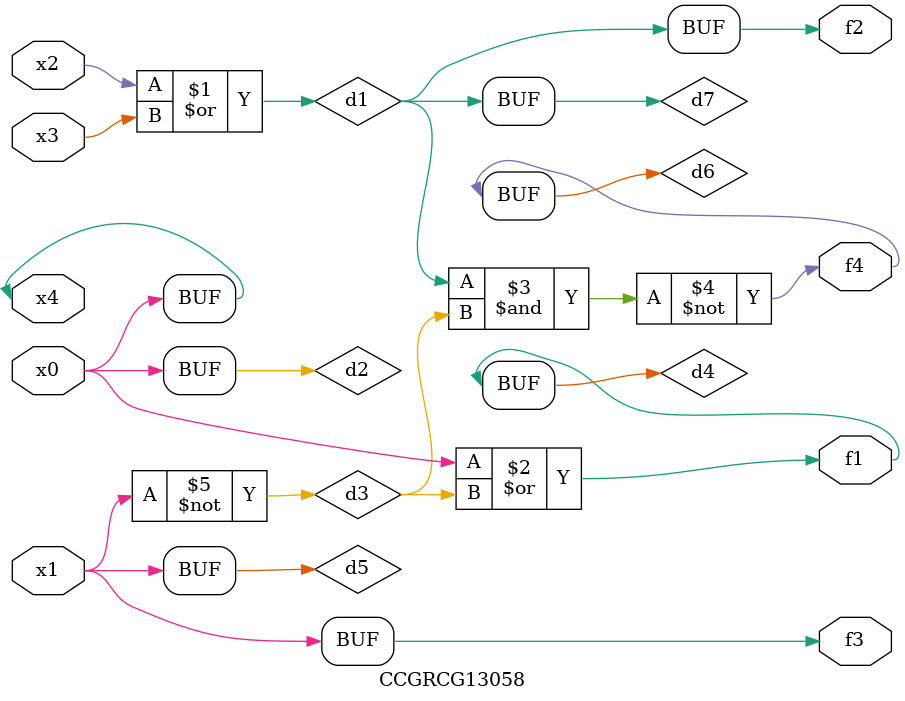
<source format=v>
module CCGRCG13058(
	input x0, x1, x2, x3, x4,
	output f1, f2, f3, f4
);

	wire d1, d2, d3, d4, d5, d6, d7;

	or (d1, x2, x3);
	buf (d2, x0, x4);
	not (d3, x1);
	or (d4, d2, d3);
	not (d5, d3);
	nand (d6, d1, d3);
	or (d7, d1);
	assign f1 = d4;
	assign f2 = d7;
	assign f3 = d5;
	assign f4 = d6;
endmodule

</source>
